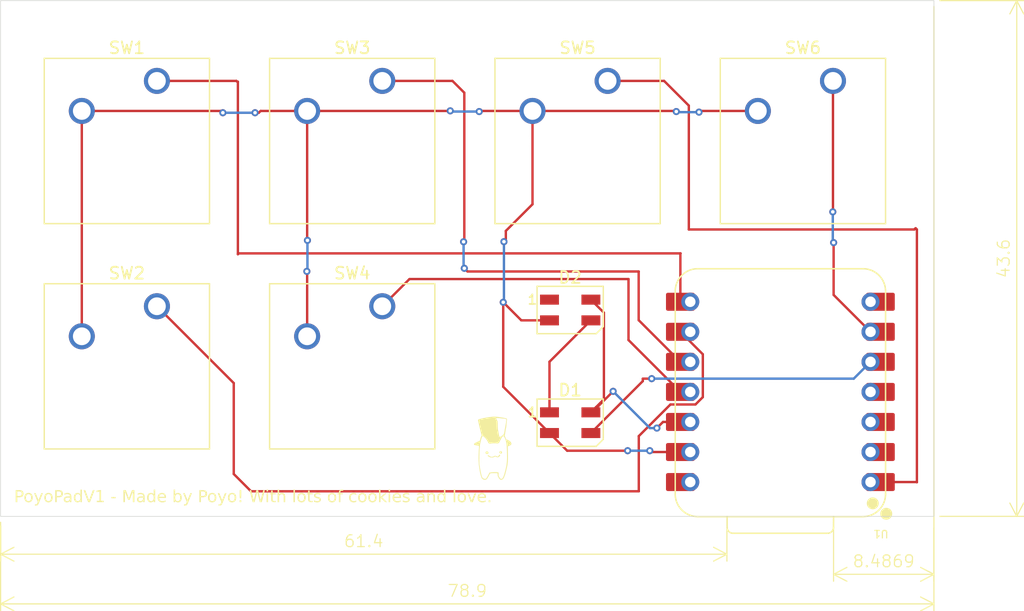
<source format=kicad_pcb>
(kicad_pcb (version 20241229) (generator "pcbnew") (generator_version "9.0")
  (layers (0 "F.Cu" signal) (2 "B.Cu" signal) (13 "F.Paste" user) (15 "B.Paste" user) (5 "F.SilkS" user "F.Silkscreen") (7 "B.SilkS" user "B.Silkscreen") (1 "F.Mask" user) (3 "B.Mask" user) (25 "Edge.Cuts" user))
  (net 0 "")
  (net 1 "+3V3")
  (net 2 "GND")
  (net 3 "Net-(D1-DOUT)")
  (net 4 "Net-(D1-DIN)")
  (net 6 "Net-(U1-GPIO1{slash}RX)")
  (net 7 "Net-(U1-GPIO2{slash}SCK)")
  (net 8 "Net-(U1-GPIO4{slash}MISO)")
  (net 9 "Net-(U1-GPIO3{slash}MOSI)")
  (net 10 "Net-(U1-GPIO26{slash}ADC0{slash}A0)")
  (net 11 "Net-(U1-GPIO7{slash}SCL)")
  (net 17 "+5V")
  (footprint "Button_Switch_Keyboard:SW_Cherry_MX_1.00u_PCB" (layer "F.Cu") (at 145.415 87.78875)
    (property "Reference" "SW5" (at -2.54 -2.794 0) (layer "F.SilkS"))
    (property "Value" "SW_Push")
    (pad "" np_thru_hole circle (at -7.62 5.08) (size 1.7 1.7) (drill 1.7) (layers "*.Cu" "*.Mask"))
    (pad "" np_thru_hole circle (at -2.54 5.08) (size 4 4) (drill 4) (layers "*.Cu" "*.Mask"))
    (pad "" np_thru_hole circle (at 2.54 5.08) (size 1.7 1.7) (drill 1.7) (layers "*.Cu" "*.Mask"))
    (pad "1" thru_hole circle (at 0 0) (size 2.2 2.2) (drill 1.5) (layers "*.Cu" "*.Mask") (net 10 "Net-(U1-GPIO26{slash}ADC0{slash}A0)"))
    (pad "2" thru_hole circle (at -6.35 2.54) (size 2.2 2.2) (drill 1.5) (layers "*.Cu" "*.Mask") (net 2 "GND"))
  )
  (footprint "LED_SMD:LED_SK6812MINI_PLCC4_3.5x3.5mm_P1.75mm" (layer "F.Cu") (at 142.25 116.68125)
    (property "Reference" "D1" (at 0 -2.75 0) (layer "F.SilkS"))
    (property "Value" "SK6812MINI")
    (fp_text user "1" (at -3.2 -0.875 0) (layer "F.SilkS") (effects (font (size 0.8 0.8))))
    (pad "1" smd rect (at -1.75 -0.875) (size 1.6 0.85) (layers "F.Cu" "F.Mask" "F.Paste") (net 3 "Net-(D1-DOUT)"))
    (pad "2" smd rect (at -1.75 0.875) (size 1.6 0.85) (layers "F.Cu" "F.Mask" "F.Paste") (net 2 "GND"))
    (pad "3" smd rect (at 1.75 0.875) (size 1.6 0.85) (layers "F.Cu" "F.Mask" "F.Paste") (net 4 "Net-(D1-DIN)"))
    (pad "4" smd rect (at 1.75 -0.875) (size 1.6 0.85) (layers "F.Cu" "F.Mask" "F.Paste") (net 17 "+5V"))
  )
  (footprint "Button_Switch_Keyboard:SW_Cherry_MX_1.00u_PCB" (layer "F.Cu") (at 164.465 87.78875)
    (property "Reference" "SW6" (at -2.54 -2.794 0) (layer "F.SilkS"))
    (property "Value" "SW_Push")
    (pad "" np_thru_hole circle (at -7.62 5.08) (size 1.7 1.7) (drill 1.7) (layers "*.Cu" "*.Mask"))
    (pad "" np_thru_hole circle (at -2.54 5.08) (size 4 4) (drill 4) (layers "*.Cu" "*.Mask"))
    (pad "" np_thru_hole circle (at 2.54 5.08) (size 1.7 1.7) (drill 1.7) (layers "*.Cu" "*.Mask"))
    (pad "1" thru_hole circle (at 0 0) (size 2.2 2.2) (drill 1.5) (layers "*.Cu" "*.Mask") (net 11 "Net-(U1-GPIO7{slash}SCL)"))
    (pad "2" thru_hole circle (at -6.35 2.54) (size 2.2 2.2) (drill 1.5) (layers "*.Cu" "*.Mask") (net 2 "GND"))
  )
  (footprint "Button_Switch_Keyboard:SW_Cherry_MX_1.00u_PCB" (layer "F.Cu") (at 107.315 87.78875)
    (property "Reference" "SW1" (at -2.54 -2.794 0) (layer "F.SilkS"))
    (property "Value" "SW_Push")
    (pad "" np_thru_hole circle (at -7.62 5.08) (size 1.7 1.7) (drill 1.7) (layers "*.Cu" "*.Mask"))
    (pad "" np_thru_hole circle (at -2.54 5.08) (size 4 4) (drill 4) (layers "*.Cu" "*.Mask"))
    (pad "" np_thru_hole circle (at 2.54 5.08) (size 1.7 1.7) (drill 1.7) (layers "*.Cu" "*.Mask"))
    (pad "1" thru_hole circle (at 0 0) (size 2.2 2.2) (drill 1.5) (layers "*.Cu" "*.Mask") (net 6 "Net-(U1-GPIO1{slash}RX)"))
    (pad "2" thru_hole circle (at -6.35 2.54) (size 2.2 2.2) (drill 1.5) (layers "*.Cu" "*.Mask") (net 2 "GND"))
  )
  (footprint "LOGO" (layer "F.Cu") (at 135.7 118.9)
    (property "Reference" "Poyo" (hide yes))
    (property "Value" "LOGO" (hide yes))
  )
  (footprint "Seeed Studio XIAO Series Library:XIAO-RP2040-DIP" (layer "F.Cu") (at 160.02 114.08 180)
    (property "Reference" "U1" (at -8.5 -12 180) (layer "F.SilkS") (effects (font (size 0.635 0.635) (thickness 0.1016))))
    (property "Value" "XIAO-RP2040-DIP")
    (pad "1" smd roundrect (at -8.455 -7.62) (size 2.432 1.524) (layers "F.Cu" "F.Mask") (roundrect_rratio 0.1) (net 10 "Net-(U1-GPIO26{slash}ADC0{slash}A0)"))
    (pad "1" thru_hole circle (at -7.62 -7.62) (size 1.524 1.524) (drill 0.889) (layers "*.Cu" "*.Mask") (net 10 "Net-(U1-GPIO26{slash}ADC0{slash}A0)"))
    (pad "2" smd roundrect (at -8.455 -5.08) (size 2.432 1.524) (layers "F.Cu" "F.Mask") (roundrect_rratio 0.1))
    (pad "2" thru_hole circle (at -7.62 -5.08) (size 1.524 1.524) (drill 0.889) (layers "*.Cu" "*.Mask"))
    (pad "3" smd roundrect (at -8.455 -2.54) (size 2.432 1.524) (layers "F.Cu" "F.Mask") (roundrect_rratio 0.1))
    (pad "3" thru_hole circle (at -7.62 -2.54) (size 1.524 1.524) (drill 0.889) (layers "*.Cu" "*.Mask"))
    (pad "4" smd roundrect (at -8.455 0) (size 2.432 1.524) (layers "F.Cu" "F.Mask") (roundrect_rratio 0.1))
    (pad "4" thru_hole circle (at -7.62 0) (size 1.524 1.524) (drill 0.889) (layers "*.Cu" "*.Mask"))
    (pad "5" smd roundrect (at -8.455 2.54) (size 2.432 1.524) (layers "F.Cu" "F.Mask") (roundrect_rratio 0.1) (net 4 "Net-(D1-DIN)"))
    (pad "5" thru_hole circle (at -7.62 2.54) (size 1.524 1.524) (drill 0.889) (layers "*.Cu" "*.Mask") (net 4 "Net-(D1-DIN)"))
    (pad "6" smd roundrect (at -8.455 5.08) (size 2.432 1.524) (layers "F.Cu" "F.Mask") (roundrect_rratio 0.1) (net 11 "Net-(U1-GPIO7{slash}SCL)"))
    (pad "6" thru_hole circle (at -7.62 5.08) (size 1.524 1.524) (drill 0.889) (layers "*.Cu" "*.Mask") (net 11 "Net-(U1-GPIO7{slash}SCL)"))
    (pad "7" smd roundrect (at -8.455 7.62) (size 2.432 1.524) (layers "F.Cu" "F.Mask") (roundrect_rratio 0.1))
    (pad "7" thru_hole circle (at -7.62 7.62) (size 1.524 1.524) (drill 0.889) (layers "*.Cu" "*.Mask"))
    (pad "8" thru_hole circle (at 7.62 7.62 180) (size 1.524 1.524) (drill 0.889) (layers "*.Cu" "*.Mask") (net 6 "Net-(U1-GPIO1{slash}RX)"))
    (pad "8" smd roundrect (at 8.455 7.62 180) (size 2.432 1.524) (layers "F.Cu" "F.Mask") (roundrect_rratio 0.1) (net 6 "Net-(U1-GPIO1{slash}RX)"))
    (pad "9" thru_hole circle (at 7.62 5.08 180) (size 1.524 1.524) (drill 0.889) (layers "*.Cu" "*.Mask") (net 7 "Net-(U1-GPIO2{slash}SCK)"))
    (pad "9" smd roundrect (at 8.455 5.08 180) (size 2.432 1.524) (layers "F.Cu" "F.Mask") (roundrect_rratio 0.1) (net 7 "Net-(U1-GPIO2{slash}SCK)"))
    (pad "10" thru_hole circle (at 7.62 2.54 180) (size 1.524 1.524) (drill 0.889) (layers "*.Cu" "*.Mask") (net 8 "Net-(U1-GPIO4{slash}MISO)"))
    (pad "10" smd roundrect (at 8.455 2.54 180) (size 2.432 1.524) (layers "F.Cu" "F.Mask") (roundrect_rratio 0.1) (net 8 "Net-(U1-GPIO4{slash}MISO)"))
    (pad "11" thru_hole circle (at 7.62 0 180) (size 1.524 1.524) (drill 0.889) (layers "*.Cu" "*.Mask") (net 9 "Net-(U1-GPIO3{slash}MOSI)"))
    (pad "11" smd roundrect (at 8.455 0 180) (size 2.432 1.524) (layers "F.Cu" "F.Mask") (roundrect_rratio 0.1) (net 9 "Net-(U1-GPIO3{slash}MOSI)"))
    (pad "12" thru_hole circle (at 7.62 -2.54 180) (size 1.524 1.524) (drill 0.889) (layers "*.Cu" "*.Mask") (net 1 "+3V3"))
    (pad "12" smd roundrect (at 8.455 -2.54 180) (size 2.432 1.524) (layers "F.Cu" "F.Mask") (roundrect_rratio 0.1) (net 1 "+3V3"))
    (pad "13" thru_hole circle (at 7.62 -5.08 180) (size 1.524 1.524) (drill 0.889) (layers "*.Cu" "*.Mask") (net 2 "GND"))
    (pad "13" smd roundrect (at 8.455 -5.08 180) (size 2.432 1.524) (layers "F.Cu" "F.Mask") (roundrect_rratio 0.1) (net 2 "GND"))
    (pad "14" thru_hole circle (at 7.62 -7.62 180) (size 1.524 1.524) (drill 0.889) (layers "*.Cu" "*.Mask"))
    (pad "14" smd roundrect (at 8.455 -7.62 180) (size 2.432 1.524) (layers "F.Cu" "F.Mask") (roundrect_rratio 0.1))
  )
  (footprint "Button_Switch_Keyboard:SW_Cherry_MX_1.00u_PCB" (layer "F.Cu") (at 107.315 106.83875)
    (property "Reference" "SW2" (at -2.54 -2.794 0) (layer "F.SilkS"))
    (property "Value" "SW_Push")
    (pad "" np_thru_hole circle (at -7.62 5.08) (size 1.7 1.7) (drill 1.7) (layers "*.Cu" "*.Mask"))
    (pad "" np_thru_hole circle (at -2.54 5.08) (size 4 4) (drill 4) (layers "*.Cu" "*.Mask"))
    (pad "" np_thru_hole circle (at 2.54 5.08) (size 1.7 1.7) (drill 1.7) (layers "*.Cu" "*.Mask"))
    (pad "1" thru_hole circle (at 0 0) (size 2.2 2.2) (drill 1.5) (layers "*.Cu" "*.Mask") (net 7 "Net-(U1-GPIO2{slash}SCK)"))
    (pad "2" thru_hole circle (at -6.35 2.54) (size 2.2 2.2) (drill 1.5) (layers "*.Cu" "*.Mask") (net 2 "GND"))
  )
  (footprint "Button_Switch_Keyboard:SW_Cherry_MX_1.00u_PCB" (layer "F.Cu") (at 126.365 106.83875)
    (property "Reference" "SW4" (at -2.54 -2.794 0) (layer "F.SilkS"))
    (property "Value" "SW_Push")
    (pad "" np_thru_hole circle (at -7.62 5.08) (size 1.7 1.7) (drill 1.7) (layers "*.Cu" "*.Mask"))
    (pad "" np_thru_hole circle (at -2.54 5.08) (size 4 4) (drill 4) (layers "*.Cu" "*.Mask"))
    (pad "" np_thru_hole circle (at 2.54 5.08) (size 1.7 1.7) (drill 1.7) (layers "*.Cu" "*.Mask"))
    (pad "1" thru_hole circle (at 0 0) (size 2.2 2.2) (drill 1.5) (layers "*.Cu" "*.Mask") (net 9 "Net-(U1-GPIO3{slash}MOSI)"))
    (pad "2" thru_hole circle (at -6.35 2.54) (size 2.2 2.2) (drill 1.5) (layers "*.Cu" "*.Mask") (net 2 "GND"))
  )
  (footprint "Button_Switch_Keyboard:SW_Cherry_MX_1.00u_PCB" (layer "F.Cu") (at 126.365 87.78875)
    (property "Reference" "SW3" (at -2.54 -2.794 0) (layer "F.SilkS"))
    (property "Value" "SW_Push")
    (pad "" np_thru_hole circle (at -7.62 5.08) (size 1.7 1.7) (drill 1.7) (layers "*.Cu" "*.Mask"))
    (pad "" np_thru_hole circle (at -2.54 5.08) (size 4 4) (drill 4) (layers "*.Cu" "*.Mask"))
    (pad "" np_thru_hole circle (at 2.54 5.08) (size 1.7 1.7) (drill 1.7) (layers "*.Cu" "*.Mask"))
    (pad "1" thru_hole circle (at 0 0) (size 2.2 2.2) (drill 1.5) (layers "*.Cu" "*.Mask") (net 8 "Net-(U1-GPIO4{slash}MISO)"))
    (pad "2" thru_hole circle (at -6.35 2.54) (size 2.2 2.2) (drill 1.5) (layers "*.Cu" "*.Mask") (net 2 "GND"))
  )
  (footprint "LED_SMD:LED_SK6812MINI_PLCC4_3.5x3.5mm_P1.75mm" (layer "F.Cu") (at 142.25 107.15625)
    (property "Reference" "D2" (at 0 -2.75 0) (layer "F.SilkS"))
    (property "Value" "SK6812MINI")
    (fp_text user "1" (at -3.2 -0.875 0) (layer "F.SilkS") (effects (font (size 0.8 0.8))))
    (pad "1" smd rect (at -1.75 -0.875) (size 1.6 0.85) (layers "F.Cu" "F.Mask" "F.Paste"))
    (pad "2" smd rect (at -1.75 0.875) (size 1.6 0.85) (layers "F.Cu" "F.Mask" "F.Paste") (net 2 "GND"))
    (pad "3" smd rect (at 1.75 0.875) (size 1.6 0.85) (layers "F.Cu" "F.Mask" "F.Paste") (net 3 "Net-(D1-DOUT)"))
    (pad "4" smd rect (at 1.75 -0.875) (size 1.6 0.85) (layers "F.Cu" "F.Mask" "F.Paste") (net 17 "+5V"))
  )
  (gr_rect (start 94.1 81) (end 173 124.6) (stroke (width 0.05)) (fill no) (layer "Edge.Cuts"))
  (gr_text "PoyoPadV1 - Made by Poyo! With lots of cookies and love." (at 95.24 123.57 0) (layer "F.SilkS") (effects (font (size 1 1) (thickness 0.1)) (justify left bottom)))
  (dimension (type orthogonal) (layer "F.SilkS") (pts (xy 173 124.6) (xy 173 81)) (height 7) (orientation 1) (format (prefix "") (suffix "") (units 3) (units_format 0) (precision 4) (suppress_zeroes yes)) (style (thickness 0.1) (arrow_length 1.27) (text_position_mode 0) (arrow_direction outward) (extension_height 0.58642) (extension_offset 0.5) (keep_text_aligned yes)) (gr_text "43,6" (at 178.9 102.8 90) (layer "F.SilkS") (effects (font (size 1 1) (thickness 0.1)))))
  (dimension (type orthogonal) (layer "F.SilkS") (pts (xy 173 81) (xy 94.1 124.6)) (height 51) (orientation 0) (format (prefix "") (suffix "") (units 3) (units_format 0) (precision 4) (suppress_zeroes yes)) (style (thickness 0.1) (arrow_length 1.27) (text_position_mode 0) (arrow_direction outward) (extension_height 0.58642) (extension_offset 0.5) (keep_text_aligned yes)) (gr_text "78,9" (at 133.55 130.9 0) (layer "F.SilkS") (effects (font (size 1 1) (thickness 0.1)))))
  (dimension (type orthogonal) (layer "F.SilkS") (pts (xy 94.1 124.9) (xy 155.5 125.2)) (height 2.9) (orientation 0) (format (prefix "") (suffix "") (units 3) (units_format 0) (precision 4) (suppress_zeroes yes)) (style (thickness 0.1) (arrow_length 1.27) (text_position_mode 0) (arrow_direction outward) (extension_height 0.58642) (extension_offset 0.5) (keep_text_aligned yes)) (gr_text "61,4" (at 124.8 126.7 0) (layer "F.SilkS") (effects (font (size 1 1) (thickness 0.1)))))
  (dimension (type orthogonal) (layer "F.SilkS") (pts (xy 164.513136 125.076136) (xy 173 125.076136)) (height 4.423864) (orientation 0) (format (prefix "") (suffix "") (units 3) (units_format 0) (precision 4) (suppress_zeroes yes)) (style (thickness 0.1) (arrow_length 1.27) (text_position_mode 0) (arrow_direction outward) (extension_height 0.58642) (extension_offset 0.5) (keep_text_aligned yes)) (gr_text "8,4869" (at 168.756568 128.4 0) (layer "F.SilkS") (effects (font (size 1 1) (thickness 0.1)))))
  (segment (start 151.565 116.62) (end 150.094904 116.62) (width 0.2) (layer "F.Cu") (net 1))
  (segment (start 145.88 114.03) (end 144.541875 115.368125) (width 0.2) (layer "F.Cu") (net 1))
  (segment (start 150.094904 116.62) (end 149.577452 117.137452) (width 0.2) (layer "F.Cu") (net 1))
  (segment (start 144 115.80625) (end 144.438125 115.368125) (width 0.2) (layer "F.Cu") (net 1))
  (segment (start 144.541875 115.368125) (end 144.438125 115.368125) (width 0.2) (layer "F.Cu") (net 1))
  (segment (start 145.101 114.70525) (end 145.101 107.38225) (width 0.2) (layer "F.Cu") (net 1))
  (segment (start 144.438125 115.368125) (end 145.101 114.70525) (width 0.2) (layer "F.Cu") (net 1))
  (segment (start 145.101 107.38225) (end 144 106.28125) (width 0.2) (layer "F.Cu") (net 1))
  (via (at 145.88 114.03) (size 0.6) (drill 0.3) (layers "F.Cu" "B.Cu") (net 1))
  (via (at 149.577452 117.137452) (size 0.6) (drill 0.3) (layers "F.Cu" "B.Cu") (net 1))
  (segment (start 148.987452 117.137452) (end 145.88 114.03) (width 0.2) (layer "B.Cu") (net 1))
  (segment (start 149.577452 117.137452) (end 148.987452 117.137452) (width 0.2) (layer "B.Cu") (net 1))
  (segment (start 134.61125 90.32875) (end 134.56 90.38) (width 0.2) (layer "F.Cu") (net 2))
  (segment (start 147.11 119.05) (end 141.99375 119.05) (width 0.2) (layer "F.Cu") (net 2))
  (segment (start 100.965 90.32875) (end 100.965 109.37875) (width 0.2) (layer "F.Cu") (net 2))
  (segment (start 120.015 90.32875) (end 120.015 101.245) (width 0.2) (layer "F.Cu") (net 2))
  (segment (start 138.12125 108.03125) (end 140.5 108.03125) (width 0.2) (layer "F.Cu") (net 2))
  (segment (start 100.965 90.32875) (end 112.73875 90.32875) (width 0.2) (layer "F.Cu") (net 2))
  (segment (start 139.065 90.32875) (end 134.61125 90.32875) (width 0.2) (layer "F.Cu") (net 2))
  (segment (start 136.81 101.22) (end 136.65 101.38) (width 0.2) (layer "F.Cu") (net 2))
  (segment (start 151.22 90.38) (end 151.16875 90.32875) (width 0.2) (layer "F.Cu") (net 2))
  (segment (start 158.115 90.32875) (end 153.24125 90.32875) (width 0.2) (layer "F.Cu") (net 2))
  (segment (start 119.99 103.89) (end 120.015 103.915) (width 0.2) (layer "F.Cu") (net 2))
  (segment (start 136.59 106.5) (end 136.59 113.64625) (width 0.2) (layer "F.Cu") (net 2))
  (segment (start 132.10125 90.32875) (end 120.015 90.32875) (width 0.2) (layer "F.Cu") (net 2))
  (segment (start 141.99375 119.05) (end 140.5 117.55625) (width 0.2) (layer "F.Cu") (net 2))
  (segment (start 136.59 113.64625) (end 140.5 117.55625) (width 0.2) (layer "F.Cu") (net 2))
  (segment (start 132.11 90.32) (end 132.10125 90.32875) (width 0.2) (layer "F.Cu") (net 2))
  (segment (start 149.09 119.16) (end 148.98 119.05) (width 0.2) (layer "F.Cu") (net 2))
  (segment (start 120.015 103.915) (end 120.015 109.37875) (width 0.2) (layer "F.Cu") (net 2))
  (segment (start 139.065 90.32875) (end 139.065 98.215) (width 0.2) (layer "F.Cu") (net 2))
  (segment (start 120.015 101.245) (end 120.04 101.27) (width 0.2) (layer "F.Cu") (net 2))
  (segment (start 153.24125 90.32875) (end 153.14 90.43) (width 0.2) (layer "F.Cu") (net 2))
  (segment (start 115.61 90.48) (end 115.93 90.48) (width 0.2) (layer "F.Cu") (net 2))
  (segment (start 151.16875 90.32875) (end 139.065 90.32875) (width 0.2) (layer "F.Cu") (net 2))
  (segment (start 112.73875 90.32875) (end 112.89 90.48) (width 0.2) (layer "F.Cu") (net 2))
  (segment (start 152.4 119.16) (end 149.09 119.16) (width 0.2) (layer "F.Cu") (net 2))
  (segment (start 136.81 100.47) (end 136.81 101.22) (width 0.2) (layer "F.Cu") (net 2))
  (segment (start 136.59 106.5) (end 138.12125 108.03125) (width 0.2) (layer "F.Cu") (net 2))
  (segment (start 115.93 90.48) (end 116.08125 90.32875) (width 0.2) (layer "F.Cu") (net 2))
  (segment (start 139.065 98.215) (end 136.81 100.47) (width 0.2) (layer "F.Cu") (net 2))
  (segment (start 116.08125 90.32875) (end 120.015 90.32875) (width 0.2) (layer "F.Cu") (net 2))
  (via (at 119.99 103.89) (size 0.6) (drill 0.3) (layers "F.Cu" "B.Cu") (net 2))
  (via (at 136.59 106.5) (size 0.6) (drill 0.3) (layers "F.Cu" "B.Cu") (net 2))
  (via (at 112.89 90.48) (size 0.6) (drill 0.3) (layers "F.Cu" "B.Cu") (net 2))
  (via (at 132.11 90.32) (size 0.6) (drill 0.3) (layers "F.Cu" "B.Cu") (net 2))
  (via (at 115.61 90.48) (size 0.6) (drill 0.3) (layers "F.Cu" "B.Cu") (net 2))
  (via (at 136.65 101.38) (size 0.6) (drill 0.3) (layers "F.Cu" "B.Cu") (net 2))
  (via (at 147.11 119.05) (size 0.6) (drill 0.3) (layers "F.Cu" "B.Cu") (net 2))
  (via (at 120.04 101.27) (size 0.6) (drill 0.3) (layers "F.Cu" "B.Cu") (net 2))
  (via (at 153.14 90.43) (size 0.6) (drill 0.3) (layers "F.Cu" "B.Cu") (net 2))
  (via (at 151.22 90.38) (size 0.6) (drill 0.3) (layers "F.Cu" "B.Cu") (net 2))
  (via (at 134.56 90.38) (size 0.6) (drill 0.3) (layers "F.Cu" "B.Cu") (net 2))
  (via (at 148.98 119.05) (size 0.6) (drill 0.3) (layers "F.Cu" "B.Cu") (net 2))
  (segment (start 132.17 90.38) (end 132.11 90.32) (width 0.2) (layer "B.Cu") (net 2))
  (segment (start 120.04 103.84) (end 119.99 103.89) (width 0.2) (layer "B.Cu") (net 2))
  (segment (start 136.65 106.44) (end 136.59 106.5) (width 0.2) (layer "B.Cu") (net 2))
  (segment (start 120.04 101.27) (end 120.04 103.84) (width 0.2) (layer "B.Cu") (net 2))
  (segment (start 112.89 90.48) (end 115.61 90.48) (width 0.2) (layer "B.Cu") (net 2))
  (segment (start 134.56 90.38) (end 132.17 90.38) (width 0.2) (layer "B.Cu") (net 2))
  (segment (start 136.65 101.38) (end 136.65 106.44) (width 0.2) (layer "B.Cu") (net 2))
  (segment (start 151.27 90.43) (end 151.22 90.38) (width 0.2) (layer "B.Cu") (net 2))
  (segment (start 148.98 119.05) (end 147.11 119.05) (width 0.2) (layer "B.Cu") (net 2))
  (segment (start 153.14 90.43) (end 151.27 90.43) (width 0.2) (layer "B.Cu") (net 2))
  (segment (start 140.5 115.80625) (end 140.5 111.53125) (width 0.2) (layer "F.Cu") (net 3))
  (segment (start 140.5 111.53125) (end 144 108.03125) (width 0.2) (layer "F.Cu") (net 3))
  (segment (start 148.39 112.96) (end 149.14 112.96) (width 0.2) (layer "F.Cu") (net 4))
  (segment (start 144 117.55625) (end 148.39 113.16625) (width 0.2) (layer "F.Cu") (net 4))
  (segment (start 148.39 113.16625) (end 148.39 112.96) (width 0.2) (layer "F.Cu") (net 4))
  (via (at 149.14 112.96) (size 0.6) (drill 0.3) (layers "F.Cu" "B.Cu") (net 4))
  (segment (start 149.14 112.96) (end 166.22 112.96) (width 0.2) (layer "B.Cu") (net 4))
  (segment (start 166.22 112.96) (end 167.64 111.54) (width 0.2) (layer "B.Cu") (net 4))
  (segment (start 114.16 87.86) (end 114.11 87.86) (width 0.2) (layer "F.Cu") (net 6))
  (segment (start 151.58 102.37) (end 114.23 102.37) (width 0.2) (layer "F.Cu") (net 6))
  (segment (start 114.03875 87.78875) (end 107.315 87.78875) (width 0.2) (layer "F.Cu") (net 6))
  (segment (start 151.565 102.385) (end 151.58 102.37) (width 0.2) (layer "F.Cu") (net 6))
  (segment (start 114.16 102.44) (end 114.16 87.86) (width 0.2) (layer "F.Cu") (net 6))
  (segment (start 151.565 106.46) (end 151.565 102.385) (width 0.2) (layer "F.Cu") (net 6))
  (segment (start 114.11 87.86) (end 114.03875 87.78875) (width 0.2) (layer "F.Cu") (net 6))
  (segment (start 114.23 102.37) (end 114.16 102.44) (width 0.2) (layer "F.Cu") (net 6))
  (segment (start 148.05 122.48) (end 115.27 122.48) (width 0.2) (layer "F.Cu") (net 7))
  (segment (start 152.84031 115.143) (end 150.723374 115.143) (width 0.2) (layer "F.Cu") (net 7))
  (segment (start 153.463 114.52031) (end 152.84031 115.143) (width 0.2) (layer "F.Cu") (net 7))
  (segment (start 153.463 110.898) (end 153.463 114.52031) (width 0.2) (layer "F.Cu") (net 7))
  (segment (start 148.05 117.816374) (end 148.05 122.48) (width 0.2) (layer "F.Cu") (net 7))
  (segment (start 150.723374 115.143) (end 148.05 117.816374) (width 0.2) (layer "F.Cu") (net 7))
  (segment (start 115.27 122.48) (end 113.81 121.02) (width 0.2) (layer "F.Cu") (net 7))
  (segment (start 113.81 121.02) (end 113.81 113.33375) (width 0.2) (layer "F.Cu") (net 7))
  (segment (start 113.81 113.33375) (end 107.315 106.83875) (width 0.2) (layer "F.Cu") (net 7))
  (segment (start 151.565 109) (end 153.463 110.898) (width 0.2) (layer "F.Cu") (net 7))
  (segment (start 133.3 103.63) (end 133.57 103.9) (width 0.2) (layer "F.Cu") (net 8))
  (segment (start 133.3 101.33) (end 133.24 101.39) (width 0.2) (layer "F.Cu") (net 8))
  (segment (start 148.04 103.9) (end 148.04 108.015) (width 0.2) (layer "F.Cu") (net 8))
  (segment (start 148.04 108.015) (end 151.565 111.54) (width 0.2) (layer "F.Cu") (net 8))
  (segment (start 126.365 87.78875) (end 132.29875 87.78875) (width 0.2) (layer "F.Cu") (net 8))
  (segment (start 132.29875 87.78875) (end 133.3 88.79) (width 0.2) (layer "F.Cu") (net 8))
  (segment (start 133.3 88.79) (end 133.3 101.33) (width 0.2) (layer "F.Cu") (net 8))
  (segment (start 133.57 103.9) (end 148.04 103.9) (width 0.2) (layer "F.Cu") (net 8))
  (via (at 133.24 101.39) (size 0.6) (drill 0.3) (layers "F.Cu" "B.Cu") (net 8))
  (via (at 133.3 103.63) (size 0.6) (drill 0.3) (layers "F.Cu" "B.Cu") (net 8))
  (segment (start 133.24 101.39) (end 133.24 103.57) (width 0.2) (layer "B.Cu") (net 8))
  (segment (start 133.24 103.57) (end 133.3 103.63) (width 0.2) (layer "B.Cu") (net 8))
  (segment (start 128.66375 104.54) (end 147.18 104.54) (width 0.2) (layer "F.Cu") (net 9))
  (segment (start 147.18 109.695) (end 151.565 114.08) (width 0.2) (layer "F.Cu") (net 9))
  (segment (start 147.18 104.54) (end 147.18 109.695) (width 0.2) (layer "F.Cu") (net 9))
  (segment (start 126.365 106.83875) (end 128.66375 104.54) (width 0.2) (layer "F.Cu") (net 9))
  (segment (start 171.56 100.35) (end 171.56 121.71) (width 0.2) (layer "F.Cu") (net 10))
  (segment (start 171.56 121.71) (end 171.55 121.7) (width 0.2) (layer "F.Cu") (net 10))
  (segment (start 171.45 100.24) (end 171.56 100.35) (width 0.2) (layer "F.Cu") (net 10))
  (segment (start 152.28 89.88) (end 152.28 100.35) (width 0.2) (layer "F.Cu") (net 10))
  (segment (start 171.34 100.35) (end 171.45 100.24) (width 0.2) (layer "F.Cu") (net 10))
  (segment (start 150.18875 87.78875) (end 152.28 89.88) (width 0.2) (layer "F.Cu") (net 10))
  (segment (start 171.55 121.7) (end 168.475 121.7) (width 0.2) (layer "F.Cu") (net 10))
  (segment (start 152.28 100.35) (end 171.34 100.35) (width 0.2) (layer "F.Cu") (net 10))
  (segment (start 145.415 87.78875) (end 150.18875 87.78875) (width 0.2) (layer "F.Cu") (net 10))
  (segment (start 164.465 87.78875) (end 164.465 98.845) (width 0.2) (layer "F.Cu") (net 11))
  (segment (start 164.52 105.88) (end 167.64 109) (width 0.2) (layer "F.Cu") (net 11))
  (segment (start 164.52 101.46) (end 164.52 105.88) (width 0.2) (layer "F.Cu") (net 11))
  (segment (start 164.465 98.845) (end 164.45 98.86) (width 0.2) (layer "F.Cu") (net 11))
  (via (at 164.45 98.86) (size 0.6) (drill 0.3) (layers "F.Cu" "B.Cu") (net 11))
  (via (at 164.52 101.46) (size 0.6) (drill 0.3) (layers "F.Cu" "B.Cu") (net 11))
  (segment (start 164.45 98.86) (end 164.45 101.39) (width 0.2) (layer "B.Cu") (net 11))
  (segment (start 164.45 101.39) (end 164.52 101.46) (width 0.2) (layer "B.Cu") (net 11))
)
</source>
